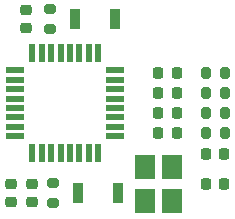
<source format=gbr>
%TF.GenerationSoftware,KiCad,Pcbnew,6.0.0-d3dd2cf0fa~116~ubuntu20.04.1*%
%TF.CreationDate,2022-01-27T11:36:15+01:00*%
%TF.ProjectId,ex00,65783030-2e6b-4696-9361-645f70636258,rev?*%
%TF.SameCoordinates,Original*%
%TF.FileFunction,Paste,Top*%
%TF.FilePolarity,Positive*%
%FSLAX46Y46*%
G04 Gerber Fmt 4.6, Leading zero omitted, Abs format (unit mm)*
G04 Created by KiCad (PCBNEW 6.0.0-d3dd2cf0fa~116~ubuntu20.04.1) date 2022-01-27 11:36:15*
%MOMM*%
%LPD*%
G01*
G04 APERTURE LIST*
G04 Aperture macros list*
%AMRoundRect*
0 Rectangle with rounded corners*
0 $1 Rounding radius*
0 $2 $3 $4 $5 $6 $7 $8 $9 X,Y pos of 4 corners*
0 Add a 4 corners polygon primitive as box body*
4,1,4,$2,$3,$4,$5,$6,$7,$8,$9,$2,$3,0*
0 Add four circle primitives for the rounded corners*
1,1,$1+$1,$2,$3*
1,1,$1+$1,$4,$5*
1,1,$1+$1,$6,$7*
1,1,$1+$1,$8,$9*
0 Add four rect primitives between the rounded corners*
20,1,$1+$1,$2,$3,$4,$5,0*
20,1,$1+$1,$4,$5,$6,$7,0*
20,1,$1+$1,$6,$7,$8,$9,0*
20,1,$1+$1,$8,$9,$2,$3,0*%
G04 Aperture macros list end*
%ADD10RoundRect,0.225000X-0.225000X-0.250000X0.225000X-0.250000X0.225000X0.250000X-0.225000X0.250000X0*%
%ADD11RoundRect,0.225000X0.250000X-0.225000X0.250000X0.225000X-0.250000X0.225000X-0.250000X-0.225000X0*%
%ADD12RoundRect,0.200000X0.275000X-0.200000X0.275000X0.200000X-0.275000X0.200000X-0.275000X-0.200000X0*%
%ADD13RoundRect,0.218750X0.218750X0.256250X-0.218750X0.256250X-0.218750X-0.256250X0.218750X-0.256250X0*%
%ADD14R,0.550000X1.600000*%
%ADD15R,1.600000X0.550000*%
%ADD16RoundRect,0.225000X-0.250000X0.225000X-0.250000X-0.225000X0.250000X-0.225000X0.250000X0.225000X0*%
%ADD17RoundRect,0.200000X-0.200000X-0.275000X0.200000X-0.275000X0.200000X0.275000X-0.200000X0.275000X0*%
%ADD18R,0.900000X1.700000*%
%ADD19RoundRect,0.200000X-0.275000X0.200000X-0.275000X-0.200000X0.275000X-0.200000X0.275000X0.200000X0*%
%ADD20R,1.800000X2.100000*%
G04 APERTURE END LIST*
D10*
%TO.C,C2*%
X80505000Y-88138000D03*
X82055000Y-88138000D03*
%TD*%
D11*
%TO.C,C5*%
X65786000Y-89675000D03*
X65786000Y-88125000D03*
%TD*%
D12*
%TO.C,R2*%
X67564000Y-89725000D03*
X67564000Y-88075000D03*
%TD*%
D13*
%TO.C,D3*%
X78003500Y-80433333D03*
X76428500Y-80433333D03*
%TD*%
%TO.C,D1*%
X78003500Y-83820000D03*
X76428500Y-83820000D03*
%TD*%
D14*
%TO.C,U1*%
X65780000Y-85530000D03*
X66580000Y-85530000D03*
X67380000Y-85530000D03*
X68180000Y-85530000D03*
X68980000Y-85530000D03*
X69780000Y-85530000D03*
X70580000Y-85530000D03*
X71380000Y-85530000D03*
D15*
X72830000Y-84080000D03*
X72830000Y-83280000D03*
X72830000Y-82480000D03*
X72830000Y-81680000D03*
X72830000Y-80880000D03*
X72830000Y-80080000D03*
X72830000Y-79280000D03*
X72830000Y-78480000D03*
D14*
X71380000Y-77030000D03*
X70580000Y-77030000D03*
X69780000Y-77030000D03*
X68980000Y-77030000D03*
X68180000Y-77030000D03*
X67380000Y-77030000D03*
X66580000Y-77030000D03*
X65780000Y-77030000D03*
D15*
X64330000Y-78480000D03*
X64330000Y-79280000D03*
X64330000Y-80080000D03*
X64330000Y-80880000D03*
X64330000Y-81680000D03*
X64330000Y-82480000D03*
X64330000Y-83280000D03*
X64330000Y-84080000D03*
%TD*%
D13*
%TO.C,D2*%
X78003500Y-82126666D03*
X76428500Y-82126666D03*
%TD*%
D16*
%TO.C,C3*%
X65278000Y-73393000D03*
X65278000Y-74943000D03*
%TD*%
D11*
%TO.C,C4*%
X64008000Y-89675000D03*
X64008000Y-88125000D03*
%TD*%
D17*
%TO.C,R4*%
X80455000Y-82126666D03*
X82105000Y-82126666D03*
%TD*%
%TO.C,R6*%
X80455000Y-78740000D03*
X82105000Y-78740000D03*
%TD*%
D10*
%TO.C,C1*%
X80505000Y-85598000D03*
X82055000Y-85598000D03*
%TD*%
D13*
%TO.C,D4*%
X78003500Y-78740000D03*
X76428500Y-78740000D03*
%TD*%
D18*
%TO.C,SW1*%
X69420000Y-74168000D03*
X72820000Y-74168000D03*
%TD*%
D19*
%TO.C,R1*%
X67310000Y-73343000D03*
X67310000Y-74993000D03*
%TD*%
D17*
%TO.C,R5*%
X80455000Y-80433333D03*
X82105000Y-80433333D03*
%TD*%
%TO.C,R3*%
X80455000Y-83820000D03*
X82105000Y-83820000D03*
%TD*%
D18*
%TO.C,SW2*%
X69674000Y-88900000D03*
X73074000Y-88900000D03*
%TD*%
D20*
%TO.C,Y1*%
X77604000Y-89588000D03*
X77604000Y-86688000D03*
X75304000Y-86688000D03*
X75304000Y-89588000D03*
%TD*%
M02*

</source>
